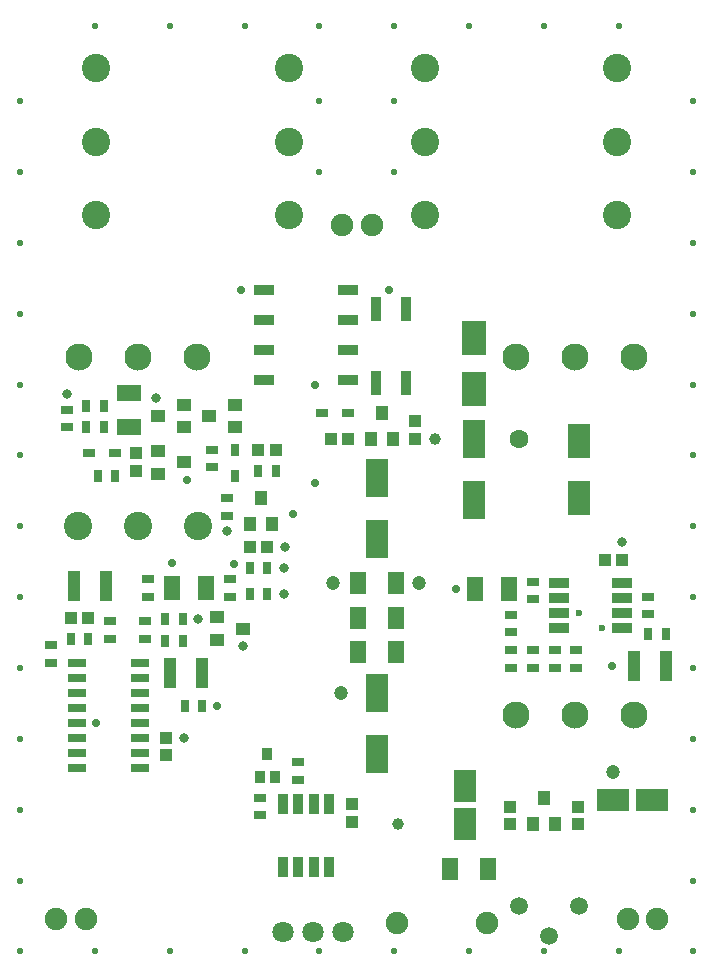
<source format=gts>
%FSLAX46Y46*%
%MOMM*%
%AMPS12*
1,1,2.300000,0.000000,0.000000*
%
%ADD12PS12*%
%AMPS60*
1,1,1.800000,0.000000,0.000000*
%
%ADD60PS60*%
%AMPS29*
1,1,2.400000,0.000000,0.000000*
%
%ADD29PS29*%
%AMPS59*
1,1,1.500000,0.000000,0.000000*
%
%ADD59PS59*%
%AMPS50*
1,1,1.900000,0.000000,0.000000*
%
%ADD50PS50*%
%AMPS42*
1,1,1.900000,0.000000,0.000000*
%
%ADD42PS42*%
%AMPS47*
1,1,1.900000,0.000000,0.000000*
%
%ADD47PS47*%
%AMPS61*
1,1,2.400000,0.000000,0.000000*
%
%ADD61PS61*%
%AMPS55*
21,1,1.794948,2.941421,0.000000,0.000000,0.000000*
%
%ADD55PS55*%
%AMPS56*
21,1,1.794948,2.941421,0.000000,0.000000,180.000000*
%
%ADD56PS56*%
%AMPS13*
21,1,1.800000,3.150000,0.000000,0.000000,0.000000*
%
%ADD13PS13*%
%AMPS14*
21,1,1.800000,3.150000,0.000000,0.000000,180.000000*
%
%ADD14PS14*%
%AMPS36*
21,1,0.800000,1.750000,0.000000,0.000000,0.000000*
%
%ADD36PS36*%
%AMPS45*
21,1,0.800000,1.750000,0.000000,0.000000,90.000000*
%
%ADD45PS45*%
%AMPS37*
21,1,0.800000,1.750000,0.000000,0.000000,180.000000*
%
%ADD37PS37*%
%AMPS46*
21,1,0.800000,1.750000,0.000000,0.000000,270.000000*
%
%ADD46PS46*%
%AMPS41*
21,1,1.800000,2.700000,0.000000,0.000000,0.000000*
%
%ADD41PS41*%
%AMPS51*
21,1,1.800000,2.700000,0.000000,0.000000,90.000000*
%
%ADD51PS51*%
%AMPS40*
21,1,1.800000,2.700000,0.000000,0.000000,180.000000*
%
%ADD40PS40*%
%AMPS52*
21,1,1.800000,2.700000,0.000000,0.000000,270.000000*
%
%ADD52PS52*%
%AMPS48*
21,1,1.100000,1.200000,0.000000,0.000000,0.000000*
%
%ADD48PS48*%
%AMPS23*
21,1,1.100000,1.200000,0.000000,0.000000,90.000000*
%
%ADD23PS23*%
%AMPS49*
21,1,1.100000,1.200000,0.000000,0.000000,180.000000*
%
%ADD49PS49*%
%AMPS24*
21,1,1.100000,1.200000,0.000000,0.000000,270.000000*
%
%ADD24PS24*%
%AMPS58*
21,1,0.600000,1.100000,0.000000,0.000000,0.000000*
%
%ADD58PS58*%
%AMPS17*
21,1,0.600000,1.100000,0.000000,0.000000,90.000000*
%
%ADD17PS17*%
%AMPS57*
21,1,0.600000,1.100000,0.000000,0.000000,180.000000*
%
%ADD57PS57*%
%AMPS18*
21,1,0.600000,1.100000,0.000000,0.000000,270.000000*
%
%ADD18PS18*%
%AMPS34*
21,1,0.750000,1.450000,0.000000,0.000000,90.000000*
%
%ADD34PS34*%
%AMPS35*
21,1,0.750000,1.450000,0.000000,0.000000,270.000000*
%
%ADD35PS35*%
%AMPS54*
21,1,0.800000,2.000000,0.000000,0.000000,0.000000*
%
%ADD54PS54*%
%AMPS53*
21,1,0.800000,2.000000,0.000000,0.000000,180.000000*
%
%ADD53PS53*%
%AMPS39*
21,1,0.901421,1.691421,0.000000,0.000000,90.000000*
%
%ADD39PS39*%
%AMPS38*
21,1,0.901421,1.691421,0.000000,0.000000,270.000000*
%
%ADD38PS38*%
%AMPS30*
21,1,2.000000,1.400000,0.000000,0.000000,0.000000*
%
%ADD30PS30*%
%AMPS43*
21,1,2.000000,1.400000,0.000000,0.000000,90.000000*
%
%ADD43PS43*%
%AMPS31*
21,1,2.000000,1.400000,0.000000,0.000000,180.000000*
%
%ADD31PS31*%
%AMPS44*
21,1,2.000000,1.400000,0.000000,0.000000,270.000000*
%
%ADD44PS44*%
%AMPS10*
21,1,2.500000,1.100000,0.000000,0.000000,90.000000*
%
%ADD10PS10*%
%AMPS11*
21,1,2.500000,1.100000,0.000000,0.000000,270.000000*
%
%ADD11PS11*%
%AMPS19*
21,1,1.100000,0.700000,0.000000,0.000000,0.000000*
%
%ADD19PS19*%
%AMPS22*
21,1,1.100000,0.700000,0.000000,0.000000,90.000000*
%
%ADD22PS22*%
%AMPS20*
21,1,1.100000,0.700000,0.000000,0.000000,180.000000*
%
%ADD20PS20*%
%AMPS21*
21,1,1.100000,0.700000,0.000000,0.000000,270.000000*
%
%ADD21PS21*%
%AMPS25*
21,1,1.900000,1.300000,0.000000,0.000000,90.000000*
%
%ADD25PS25*%
%AMPS26*
21,1,1.900000,1.300000,0.000000,0.000000,270.000000*
%
%ADD26PS26*%
%AMPS62*
21,1,0.900000,1.100000,0.000000,0.000000,0.000000*
%
%ADD62PS62*%
%AMPS63*
21,1,0.900000,1.100000,0.000000,0.000000,180.000000*
%
%ADD63PS63*%
%AMPS33*
21,1,1.050000,1.000000,0.000000,0.000000,0.000000*
%
%ADD33PS33*%
%AMPS16*
21,1,1.050000,1.000000,0.000000,0.000000,90.000000*
%
%ADD16PS16*%
%AMPS32*
21,1,1.050000,1.000000,0.000000,0.000000,180.000000*
%
%ADD32PS32*%
%AMPS15*
21,1,1.050000,1.000000,0.000000,0.000000,270.000000*
%
%ADD15PS15*%
%AMPS28*
21,1,1.950000,2.850000,0.000000,0.000000,0.000000*
%
%ADD28PS28*%
%AMPS27*
21,1,1.950000,2.850000,0.000000,0.000000,180.000000*
%
%ADD27PS27*%
%AMPS69*
1,1,0.600000,0.000000,0.000000*
%
%ADD69PS69*%
%AMPS70*
1,1,1.000000,0.000000,0.000000*
%
%ADD70PS70*%
%AMPS67*
1,1,1.200000,0.000000,0.000000*
%
%ADD67PS67*%
%AMPS64*
1,1,0.550000,0.000000,0.000000*
%
%ADD64PS64*%
%AMPS68*
1,1,1.600000,0.000000,0.000000*
%
%ADD68PS68*%
%AMPS65*
1,1,0.700000,0.000000,0.000000*
%
%ADD65PS65*%
%AMPS66*
1,1,0.800000,0.000000,0.000000*
%
%ADD66PS66*%
G01*
G01*
%LPD*%
G75*
D10*
X8298466Y31850000D03*
D11*
X5561534Y31850000D03*
D12*
X43000000Y51200000D03*
D12*
X53000000Y51200000D03*
D12*
X48000000Y51200000D03*
D13*
X39450000Y39100000D03*
D14*
X39450000Y44300000D03*
D15*
X50471668Y34078328D03*
D16*
X51971668Y34078328D03*
D17*
X28775000Y46480000D03*
D18*
X26575000Y46480000D03*
D19*
X48070000Y24930000D03*
D20*
X48070000Y26430000D03*
D11*
X52943068Y25050000D03*
D10*
X55680000Y25050000D03*
D21*
X7550000Y41120000D03*
D22*
X9050000Y41120000D03*
D22*
X14750000Y27190000D03*
D21*
X13250000Y27190000D03*
D12*
X43000000Y20900000D03*
D12*
X53000000Y20900000D03*
D12*
X48000000Y20900000D03*
D23*
X14900000Y47180000D03*
D24*
X12700000Y46230000D03*
D23*
X14900000Y45280000D03*
D20*
X24560000Y16910000D03*
D19*
X24560000Y15410000D03*
D25*
X32800000Y32070000D03*
D26*
X29600000Y32070000D03*
D27*
X39450000Y52800000D03*
D28*
X39450000Y48500000D03*
D24*
X12700000Y41350000D03*
D23*
X14900000Y42300000D03*
D24*
X12700000Y43250000D03*
D29*
X23750000Y63250000D03*
D29*
X23750000Y75700000D03*
D29*
X7450000Y75700000D03*
D29*
X23750000Y69450000D03*
D29*
X7450000Y69450000D03*
D29*
X7450000Y63250000D03*
D30*
X10250000Y45280000D03*
D31*
X10250000Y48180000D03*
D21*
X14918466Y21690000D03*
D22*
X16418466Y21690000D03*
D20*
X42580000Y29410000D03*
D19*
X42580000Y27910000D03*
D20*
X3610160Y26850000D03*
D19*
X3610160Y25350000D03*
D19*
X42580000Y24930000D03*
D20*
X42580000Y26430000D03*
D32*
X42500000Y13150000D03*
D33*
X42500000Y11650000D03*
D24*
X17690000Y27290000D03*
D23*
X19890000Y28240000D03*
D24*
X17690000Y29190000D03*
D34*
X11180000Y25350000D03*
D35*
X5830160Y22810000D03*
D34*
X11180000Y19000000D03*
D35*
X5830160Y24080000D03*
D35*
X5830160Y21540000D03*
D35*
X5830160Y17730000D03*
D34*
X11180000Y22810000D03*
D35*
X5830160Y16460000D03*
D34*
X11180000Y16460000D03*
D34*
X11180000Y21540000D03*
D34*
X11180000Y17730000D03*
D34*
X11180000Y20270000D03*
D35*
X5830160Y20270000D03*
D34*
X11180000Y24080000D03*
D35*
X5830160Y25350000D03*
D35*
X5830160Y19000000D03*
D21*
X20420000Y33390000D03*
D22*
X21920000Y33390000D03*
D20*
X54180000Y30950000D03*
D19*
X54180000Y29450000D03*
D20*
X46240000Y26430000D03*
D19*
X46240000Y24930000D03*
D36*
X27110000Y8030000D03*
D36*
X24560000Y8030000D03*
D36*
X23290000Y8030000D03*
D37*
X23290000Y13370000D03*
D37*
X25840000Y13370000D03*
D36*
X25840000Y8030000D03*
D37*
X27110000Y13370000D03*
D37*
X24560000Y13370000D03*
D26*
X37400000Y7900000D03*
D25*
X40600000Y7900000D03*
D38*
X21625000Y49290000D03*
D39*
X28775000Y51830000D03*
D39*
X28775000Y56910000D03*
D39*
X28775000Y54370000D03*
D38*
X21625000Y51830000D03*
D38*
X21625000Y56910000D03*
D39*
X28775000Y49290000D03*
D38*
X21625000Y54370000D03*
D40*
X38700000Y14950000D03*
D41*
X38700000Y11650000D03*
D32*
X48200000Y13150000D03*
D33*
X48200000Y11650000D03*
D19*
X8560000Y27340000D03*
D20*
X8560000Y28840000D03*
D42*
X30750000Y62400000D03*
D42*
X28250000Y62400000D03*
D21*
X5270000Y27340000D03*
D22*
X6770000Y27340000D03*
D20*
X21270000Y13930000D03*
D19*
X21270000Y12430000D03*
D26*
X29600000Y29170000D03*
D25*
X32800000Y29170000D03*
D22*
X8100000Y45280000D03*
D21*
X6600000Y45280000D03*
D20*
X18500000Y39290000D03*
D19*
X18500000Y37790000D03*
D12*
X6000000Y51200000D03*
D12*
X16000000Y51200000D03*
D12*
X11000000Y51200000D03*
D22*
X14775000Y29065000D03*
D21*
X13275000Y29065000D03*
D13*
X31200000Y17600000D03*
D14*
X31200000Y22800000D03*
D21*
X54180000Y27800000D03*
D22*
X55680000Y27800000D03*
D43*
X42380000Y31560000D03*
D44*
X39480000Y31560000D03*
D19*
X17200000Y41890000D03*
D20*
X17200000Y43390000D03*
D45*
X51971668Y32098328D03*
D45*
X51971668Y29548328D03*
D45*
X51971668Y28278328D03*
D46*
X46631668Y28278328D03*
D46*
X46631668Y30828328D03*
D45*
X51971668Y30828328D03*
D46*
X46631668Y32098328D03*
D46*
X46631668Y29548328D03*
D20*
X44410000Y32210000D03*
D19*
X44410000Y30710000D03*
D23*
X19180000Y47180000D03*
D24*
X16980000Y46230000D03*
D23*
X19180000Y45280000D03*
D17*
X9050000Y43100000D03*
D18*
X6850000Y43100000D03*
D47*
X32890000Y3300000D03*
D47*
X40510000Y3300000D03*
D48*
X22320000Y37090000D03*
D49*
X21370000Y39290000D03*
D48*
X20420000Y37090000D03*
D43*
X16740000Y31690000D03*
D44*
X13840000Y31690000D03*
D50*
X52450000Y3650000D03*
D50*
X54950000Y3650000D03*
D20*
X44410000Y26430000D03*
D19*
X44410000Y24930000D03*
D33*
X13350000Y17500000D03*
D32*
X13350000Y19000000D03*
D20*
X11810000Y32440000D03*
D19*
X11810000Y30940000D03*
D48*
X32560000Y44300000D03*
D49*
X31610000Y46500000D03*
D48*
X30660000Y44300000D03*
D51*
X54450000Y13700000D03*
D52*
X51150000Y13700000D03*
D15*
X5270000Y29140000D03*
D16*
X6770000Y29140000D03*
D20*
X11600000Y28840000D03*
D19*
X11600000Y27340000D03*
D53*
X31160000Y55300000D03*
D54*
X33660000Y49000000D03*
D54*
X31160000Y49000000D03*
D53*
X33660000Y55300000D03*
D55*
X48350000Y39250001D03*
D56*
X48350000Y44149999D03*
D14*
X31200000Y41000000D03*
D13*
X31200000Y35800000D03*
D57*
X19180000Y43390000D03*
D58*
X19180000Y41190000D03*
D15*
X20420000Y35180000D03*
D16*
X21920000Y35180000D03*
D19*
X4950000Y45280000D03*
D20*
X4950000Y46780000D03*
D21*
X20420000Y31140000D03*
D22*
X21920000Y31140000D03*
D22*
X8100000Y47110000D03*
D21*
X6600000Y47110000D03*
D10*
X16418466Y24440000D03*
D11*
X13681534Y24440000D03*
D26*
X29600000Y26270000D03*
D25*
X32800000Y26270000D03*
D19*
X18770000Y30940000D03*
D20*
X18770000Y32440000D03*
D15*
X27275000Y44300000D03*
D16*
X28775000Y44300000D03*
D59*
X48340000Y4770000D03*
D59*
X45800000Y2230000D03*
D59*
X43260000Y4770000D03*
D16*
X22620000Y43390000D03*
D15*
X21120000Y43390000D03*
D33*
X10780000Y41600000D03*
D32*
X10780000Y43100000D03*
D29*
X51550000Y63250000D03*
D29*
X51550000Y75700000D03*
D29*
X35250000Y75700000D03*
D29*
X51550000Y69450000D03*
D29*
X35250000Y69450000D03*
D29*
X35250000Y63250000D03*
D21*
X21120000Y41610000D03*
D22*
X22620000Y41610000D03*
D33*
X29080000Y11870000D03*
D32*
X29080000Y13370000D03*
D60*
X23210000Y2570000D03*
D60*
X25750000Y2570000D03*
D60*
X28290000Y2570000D03*
D48*
X46300000Y11650000D03*
D49*
X45350000Y13850000D03*
D48*
X44400000Y11650000D03*
D32*
X34450000Y45800000D03*
D33*
X34450000Y44300000D03*
D50*
X4050000Y3680000D03*
D50*
X6550000Y3680000D03*
D61*
X11000000Y36900000D03*
D61*
X16080000Y36900000D03*
D61*
X5920000Y36900000D03*
D62*
X21270000Y15710000D03*
D62*
X22570000Y15710000D03*
D63*
X21920000Y17610000D03*
D64*
X58000000Y60900000D03*
D64*
X1003000Y60900000D03*
D65*
X26000000Y40600000D03*
D64*
X51667000Y900000D03*
D65*
X32200000Y56900000D03*
D65*
X17690000Y21690000D03*
D64*
X26335000Y900000D03*
D64*
X1003000Y66900000D03*
D65*
X37870000Y31560000D03*
D64*
X45334000Y900000D03*
D66*
X16075000Y29065000D03*
D64*
X51667000Y79233000D03*
D65*
X24100000Y37900000D03*
D65*
X19110000Y33690000D03*
D64*
X39001000Y900000D03*
D65*
X26000000Y48860000D03*
D66*
X23320000Y33390000D03*
D64*
X26335000Y79233000D03*
D65*
X19710000Y56910000D03*
D64*
X45334000Y79233000D03*
D66*
X23420000Y35180000D03*
D66*
X16075000Y29065000D03*
D64*
X58000000Y36900000D03*
D64*
X20002000Y900000D03*
D64*
X1003000Y18900000D03*
D67*
X27510000Y32070000D03*
D65*
X51130000Y25050000D03*
D64*
X1003000Y72900000D03*
D64*
X1003000Y900000D03*
D66*
X4950000Y48080000D03*
D64*
X1003000Y6900000D03*
D64*
X20002000Y79233000D03*
D66*
X51971668Y35578328D03*
D64*
X58000000Y900000D03*
D64*
X58000000Y6900000D03*
D68*
X43200000Y44300000D03*
D64*
X13669000Y900000D03*
D64*
X58000000Y24900000D03*
D64*
X26335000Y66900000D03*
D64*
X58000000Y66900000D03*
D66*
X12500000Y47730000D03*
D64*
X32668000Y79233000D03*
D67*
X28200000Y22800000D03*
D64*
X32668000Y72900000D03*
D64*
X58000000Y54900000D03*
D64*
X1003000Y36900000D03*
D64*
X58000000Y18900000D03*
D64*
X1003000Y30900000D03*
D64*
X58000000Y48900000D03*
D69*
X48331668Y29548328D03*
D66*
X18500000Y36490000D03*
D64*
X58000000Y12900000D03*
D65*
X7440000Y20270000D03*
D67*
X51150000Y16100000D03*
D64*
X32668000Y900000D03*
D64*
X13669000Y79233000D03*
D64*
X7336000Y79233000D03*
D66*
X19890000Y26740000D03*
D64*
X26335000Y72900000D03*
D66*
X23320000Y31140000D03*
D66*
X14850000Y19000000D03*
D64*
X1003000Y42900000D03*
D64*
X32668000Y66900000D03*
D65*
X13840000Y33800000D03*
D64*
X1003000Y48900000D03*
D65*
X15100000Y40800000D03*
D70*
X36100000Y44300000D03*
D64*
X39001000Y79233000D03*
D64*
X58000000Y72900000D03*
D64*
X1003000Y12900000D03*
D67*
X34800000Y32070000D03*
D64*
X1003000Y54900000D03*
D64*
X7336000Y900000D03*
D64*
X1003000Y24900000D03*
D70*
X32950000Y11650000D03*
D64*
X58000000Y30900000D03*
D64*
X58000000Y42900000D03*
D69*
X50271668Y28278328D03*
M02*

</source>
